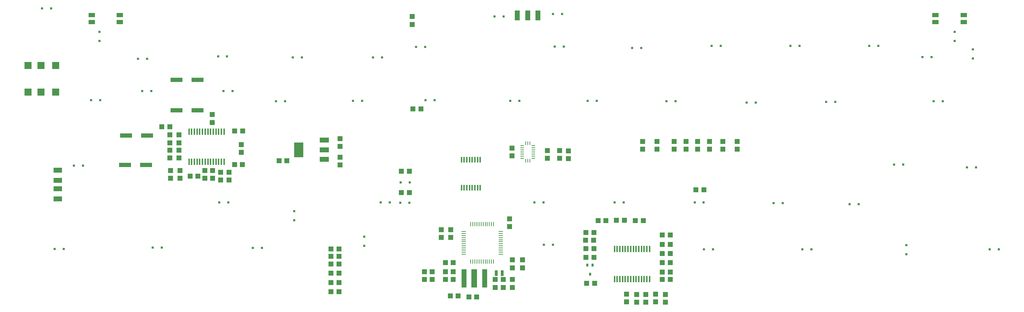
<source format=gbp>
G75*
%MOIN*%
%OFA0B0*%
%FSLAX25Y25*%
%IPPOS*%
%LPD*%
%AMOC8*
5,1,8,0,0,1.08239X$1,22.5*
%
%ADD10R,0.01969X0.01969*%
%ADD11R,0.05000X0.04500*%
%ADD12R,0.04500X0.05000*%
%ADD13R,0.00787X0.03937*%
%ADD14R,0.03937X0.00787*%
%ADD15R,0.02756X0.05512*%
%ADD16R,0.04724X0.17323*%
%ADD17R,0.05512X0.17323*%
%ADD18R,0.01575X0.05906*%
%ADD19R,0.08800X0.04800*%
%ADD20R,0.08661X0.14173*%
%ADD21R,0.11811X0.03937*%
%ADD22R,0.06693X0.06693*%
%ADD23R,0.07874X0.04724*%
%ADD24R,0.03445X0.00984*%
%ADD25R,0.00984X0.03445*%
%ADD26R,0.06102X0.03937*%
%ADD27R,0.04724X0.09646*%
%ADD28R,0.01575X0.05512*%
%ADD29R,0.01969X0.03150*%
D10*
X0047008Y0066842D03*
X0055669Y0066842D03*
X0140069Y0068092D03*
X0148730Y0068092D03*
X0235413Y0067748D03*
X0244075Y0067748D03*
X0274789Y0094141D03*
X0274789Y0102803D03*
X0212175Y0111006D03*
X0203514Y0111006D03*
X0073999Y0145950D03*
X0065337Y0145950D03*
X0081470Y0208260D03*
X0090131Y0208260D03*
X0130020Y0216960D03*
X0138681Y0216960D03*
X0207520Y0216960D03*
X0216181Y0216960D03*
X0257569Y0207423D03*
X0266230Y0207423D03*
X0330856Y0207718D03*
X0339518Y0207718D03*
X0399964Y0208211D03*
X0408626Y0208211D03*
X0480364Y0207561D03*
X0489026Y0207561D03*
X0554114Y0207561D03*
X0562776Y0207561D03*
X0629311Y0207384D03*
X0637972Y0207384D03*
X0705561Y0206134D03*
X0714222Y0206134D03*
X0781181Y0206567D03*
X0789843Y0206567D03*
X0883396Y0207462D03*
X0892057Y0207462D03*
X0881486Y0249264D03*
X0872825Y0249264D03*
X0903600Y0264636D03*
X0920998Y0256798D03*
X0920998Y0248136D03*
X0903600Y0273297D03*
X0830925Y0260120D03*
X0822264Y0260120D03*
X0755925Y0260120D03*
X0747264Y0260120D03*
X0680925Y0260120D03*
X0672264Y0260120D03*
X0605157Y0257974D03*
X0596496Y0257974D03*
X0531407Y0259224D03*
X0522746Y0259224D03*
X0474131Y0288167D03*
X0465469Y0288167D03*
X0521219Y0290267D03*
X0529881Y0290267D03*
X0399354Y0259159D03*
X0390693Y0259159D03*
X0358504Y0248909D03*
X0349843Y0248909D03*
X0282254Y0248909D03*
X0273593Y0248909D03*
X0211004Y0250159D03*
X0202343Y0250159D03*
X0134754Y0247659D03*
X0126093Y0247659D03*
X0089600Y0264836D03*
X0089600Y0273497D03*
X0043444Y0295751D03*
X0034782Y0295751D03*
X0376269Y0129967D03*
X0384931Y0129967D03*
X0384486Y0110678D03*
X0375825Y0110678D03*
X0365925Y0111006D03*
X0357264Y0111006D03*
X0341449Y0078331D03*
X0341449Y0069670D03*
X0503514Y0111006D03*
X0512175Y0111006D03*
X0579764Y0111006D03*
X0588425Y0111006D03*
X0656014Y0111006D03*
X0664675Y0111006D03*
X0731102Y0110454D03*
X0739764Y0110454D03*
X0803602Y0109204D03*
X0812264Y0109204D03*
X0915336Y0144479D03*
X0923998Y0144479D03*
X0854664Y0147004D03*
X0846002Y0147004D03*
X0857372Y0070514D03*
X0857372Y0061852D03*
X0936742Y0066488D03*
X0945404Y0066488D03*
X0767116Y0066517D03*
X0758455Y0066517D03*
X0673465Y0066517D03*
X0664803Y0066517D03*
X0521075Y0070698D03*
X0512413Y0070698D03*
D11*
X0492300Y0056267D03*
X0482500Y0056317D03*
X0482500Y0048817D03*
X0492300Y0048767D03*
X0482500Y0037567D03*
X0473750Y0037567D03*
X0466250Y0037567D03*
X0466250Y0030067D03*
X0473750Y0030067D03*
X0482500Y0030067D03*
X0591200Y0023717D03*
X0600800Y0023517D03*
X0609600Y0023517D03*
X0618800Y0023717D03*
X0628200Y0023517D03*
X0628200Y0016017D03*
X0618800Y0016217D03*
X0609600Y0016017D03*
X0600800Y0016017D03*
X0591200Y0016217D03*
X0423750Y0077567D03*
X0415000Y0077567D03*
X0415000Y0085067D03*
X0423750Y0085067D03*
X0479850Y0087867D03*
X0479850Y0095367D03*
X0535950Y0152667D03*
X0527350Y0153017D03*
X0515950Y0153017D03*
X0515950Y0160517D03*
X0527350Y0160517D03*
X0535950Y0160167D03*
X0482100Y0162817D03*
X0482100Y0155317D03*
X0606450Y0161567D03*
X0606450Y0169067D03*
X0620200Y0169067D03*
X0636450Y0169067D03*
X0636450Y0161567D03*
X0620200Y0161567D03*
X0647700Y0161567D03*
X0658950Y0161567D03*
X0670200Y0161567D03*
X0682700Y0161567D03*
X0696450Y0161567D03*
X0696450Y0169067D03*
X0682700Y0169067D03*
X0670200Y0169067D03*
X0658950Y0169067D03*
X0647700Y0169067D03*
X0387300Y0280417D03*
X0387300Y0287917D03*
X0196850Y0194567D03*
X0196850Y0187067D03*
X0165050Y0175267D03*
X0156650Y0175267D03*
X0156650Y0167767D03*
X0165050Y0167767D03*
X0165050Y0160717D03*
X0156650Y0160717D03*
X0156650Y0153217D03*
X0165050Y0153217D03*
X0166200Y0141417D03*
X0157100Y0141417D03*
X0157100Y0133917D03*
X0166200Y0133917D03*
X0189800Y0133917D03*
X0197300Y0133917D03*
X0204800Y0132317D03*
X0212850Y0132317D03*
X0212850Y0139817D03*
X0204800Y0139817D03*
X0197300Y0141417D03*
X0189800Y0141417D03*
X0224600Y0158617D03*
X0224600Y0166117D03*
X0318600Y0164217D03*
X0318600Y0171717D03*
X0318600Y0154117D03*
X0318600Y0146617D03*
D12*
X0267950Y0150567D03*
X0260450Y0150567D03*
X0225550Y0146967D03*
X0218050Y0146967D03*
X0183250Y0136067D03*
X0175750Y0136067D03*
X0218200Y0179017D03*
X0225700Y0179017D03*
X0156500Y0183067D03*
X0149000Y0183067D03*
X0376850Y0140767D03*
X0384350Y0140767D03*
X0384350Y0120367D03*
X0376850Y0120367D03*
X0317350Y0066767D03*
X0309850Y0066767D03*
X0309850Y0059567D03*
X0317350Y0059567D03*
X0317350Y0052367D03*
X0309850Y0052367D03*
X0309850Y0043567D03*
X0317350Y0043567D03*
X0317350Y0034767D03*
X0309850Y0034767D03*
X0309850Y0025967D03*
X0317350Y0025967D03*
X0398750Y0037567D03*
X0406250Y0037567D03*
X0406250Y0045067D03*
X0398750Y0045067D03*
X0418750Y0045067D03*
X0426250Y0045067D03*
X0426250Y0037567D03*
X0418750Y0037567D03*
X0418750Y0053817D03*
X0426250Y0053817D03*
X0423450Y0021967D03*
X0430950Y0021967D03*
X0441050Y0021167D03*
X0448550Y0021167D03*
X0553250Y0033967D03*
X0560750Y0033967D03*
X0625250Y0037567D03*
X0632750Y0037567D03*
X0632750Y0044767D03*
X0625250Y0044767D03*
X0625250Y0053567D03*
X0632750Y0053567D03*
X0632750Y0062367D03*
X0625250Y0062367D03*
X0625250Y0071167D03*
X0632750Y0071167D03*
X0632750Y0079967D03*
X0625250Y0079967D03*
X0607150Y0093767D03*
X0599650Y0093767D03*
X0589150Y0094167D03*
X0581650Y0094167D03*
X0571550Y0093567D03*
X0564050Y0093567D03*
X0560150Y0082517D03*
X0552650Y0082517D03*
X0552300Y0074917D03*
X0559800Y0074917D03*
X0560150Y0066967D03*
X0552650Y0066967D03*
X0552650Y0058567D03*
X0560150Y0058567D03*
X0657200Y0122967D03*
X0664700Y0122967D03*
X0395450Y0200167D03*
X0387950Y0200167D03*
D13*
X0442923Y0090283D03*
X0444892Y0090283D03*
X0446860Y0090283D03*
X0448829Y0090283D03*
X0450797Y0090283D03*
X0452766Y0090283D03*
X0454734Y0090283D03*
X0456703Y0090283D03*
X0458671Y0090283D03*
X0460640Y0090283D03*
X0462608Y0090283D03*
X0464577Y0090283D03*
X0464577Y0054850D03*
X0462608Y0054850D03*
X0460640Y0054850D03*
X0458671Y0054850D03*
X0456703Y0054850D03*
X0454734Y0054850D03*
X0452766Y0054850D03*
X0450797Y0054850D03*
X0448829Y0054850D03*
X0446860Y0054850D03*
X0444892Y0054850D03*
X0442923Y0054850D03*
D14*
X0436033Y0061740D03*
X0436033Y0063708D03*
X0436033Y0065677D03*
X0436033Y0067645D03*
X0436033Y0069614D03*
X0436033Y0071582D03*
X0436033Y0073551D03*
X0436033Y0075519D03*
X0436033Y0077488D03*
X0436033Y0079456D03*
X0436033Y0081425D03*
X0436033Y0083393D03*
X0471467Y0083393D03*
X0471467Y0081425D03*
X0471467Y0079456D03*
X0471467Y0077488D03*
X0471467Y0075519D03*
X0471467Y0073551D03*
X0471467Y0071582D03*
X0471467Y0069614D03*
X0471467Y0067645D03*
X0471467Y0065677D03*
X0471467Y0063708D03*
X0471467Y0061740D03*
D15*
X0472953Y0043817D03*
X0467047Y0043817D03*
D16*
X0456093Y0038817D03*
X0436407Y0038817D03*
D17*
X0446250Y0038817D03*
D18*
X0579766Y0038095D03*
X0582325Y0038095D03*
X0584884Y0038095D03*
X0587443Y0038095D03*
X0590002Y0038095D03*
X0592561Y0038095D03*
X0595120Y0038095D03*
X0597680Y0038095D03*
X0600239Y0038095D03*
X0602798Y0038095D03*
X0605357Y0038095D03*
X0607916Y0038095D03*
X0610475Y0038095D03*
X0613034Y0038095D03*
X0613034Y0066638D03*
X0610475Y0066638D03*
X0607916Y0066638D03*
X0605357Y0066638D03*
X0602798Y0066638D03*
X0600239Y0066638D03*
X0597680Y0066638D03*
X0595120Y0066638D03*
X0592561Y0066638D03*
X0590002Y0066638D03*
X0587443Y0066638D03*
X0584884Y0066638D03*
X0582325Y0066638D03*
X0579766Y0066638D03*
X0208034Y0149695D03*
X0205475Y0149695D03*
X0202916Y0149695D03*
X0200357Y0149695D03*
X0197798Y0149695D03*
X0195239Y0149695D03*
X0192680Y0149695D03*
X0190120Y0149695D03*
X0187561Y0149695D03*
X0185002Y0149695D03*
X0182443Y0149695D03*
X0179884Y0149695D03*
X0177325Y0149695D03*
X0174766Y0149695D03*
X0174766Y0178238D03*
X0177325Y0178238D03*
X0179884Y0178238D03*
X0182443Y0178238D03*
X0185002Y0178238D03*
X0187561Y0178238D03*
X0190120Y0178238D03*
X0192680Y0178238D03*
X0195239Y0178238D03*
X0197798Y0178238D03*
X0200357Y0178238D03*
X0202916Y0178238D03*
X0205475Y0178238D03*
X0208034Y0178238D03*
D19*
X0303600Y0170267D03*
X0303600Y0161167D03*
X0303600Y0152067D03*
D20*
X0279199Y0161167D03*
D21*
X0182950Y0198767D03*
X0162950Y0198767D03*
X0134800Y0174817D03*
X0114800Y0174817D03*
X0113900Y0146617D03*
X0133900Y0146617D03*
X0163000Y0227767D03*
X0183000Y0227767D03*
D22*
X0047778Y0216118D03*
X0033999Y0216118D03*
X0021400Y0216118D03*
X0021400Y0241315D03*
X0033999Y0241315D03*
X0047778Y0241315D03*
D23*
X0049764Y0141753D03*
X0049764Y0131911D03*
X0049764Y0124037D03*
X0049764Y0114194D03*
D24*
X0491762Y0153141D03*
X0491762Y0155110D03*
X0491762Y0157078D03*
X0491762Y0159047D03*
X0491762Y0161015D03*
X0491762Y0162984D03*
X0491762Y0164952D03*
X0502490Y0164952D03*
X0502490Y0162984D03*
X0502490Y0161015D03*
X0502490Y0159047D03*
X0502490Y0157078D03*
X0502490Y0155110D03*
X0502490Y0153141D03*
D25*
X0499094Y0150730D03*
X0497126Y0150730D03*
X0495157Y0150730D03*
X0495157Y0167364D03*
X0497126Y0167364D03*
X0499094Y0167364D03*
D26*
X0885315Y0282669D03*
X0885315Y0289362D03*
X0912087Y0289362D03*
X0912087Y0282669D03*
X0108937Y0282669D03*
X0108937Y0289362D03*
X0082165Y0289362D03*
X0082165Y0282669D03*
D27*
X0487283Y0288910D03*
X0497126Y0288910D03*
X0506969Y0288910D03*
D28*
X0451957Y0151752D03*
X0449398Y0151752D03*
X0446839Y0151752D03*
X0444280Y0151752D03*
X0441720Y0151752D03*
X0439161Y0151752D03*
X0436602Y0151752D03*
X0434043Y0151752D03*
X0434043Y0124981D03*
X0436602Y0124981D03*
X0439161Y0124981D03*
X0441720Y0124981D03*
X0444280Y0124981D03*
X0446839Y0124981D03*
X0449398Y0124981D03*
X0451957Y0124981D03*
D29*
X0553841Y0051497D03*
X0558959Y0051497D03*
X0556400Y0042836D03*
M02*

</source>
